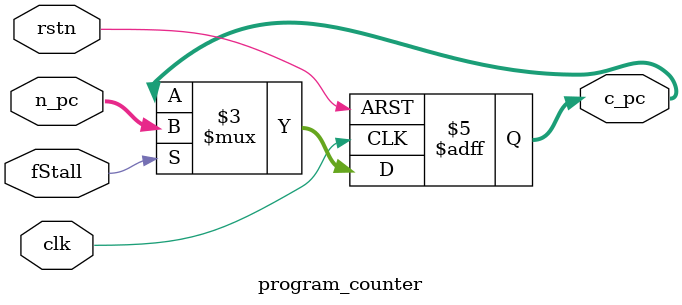
<source format=v>
`timescale 1ns / 1ps


module program_counter(

    input clk,
    input rstn,
    input [0:0]fStall,
    input [31:0]n_pc,
    
    output reg[31:0]c_pc

);

    always @(posedge clk or negedge rstn) begin
        if(!rstn)
            c_pc<=32'h3000;
        else if(fStall)
            c_pc<=n_pc;
        
    end

endmodule
</source>
